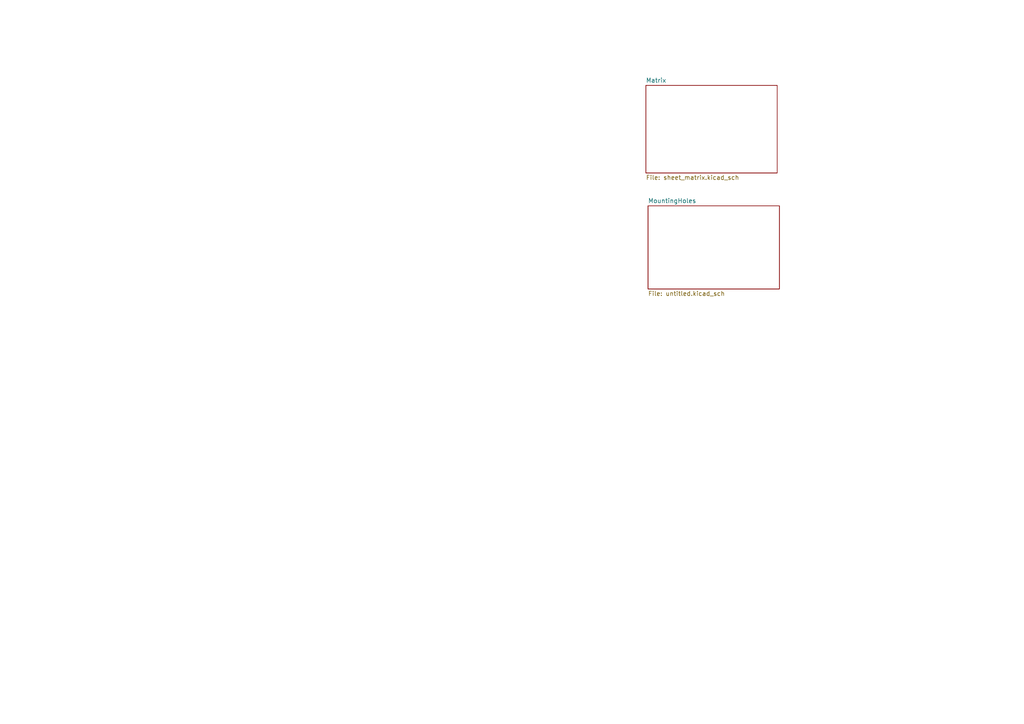
<source format=kicad_sch>
(kicad_sch
	(version 20231120)
	(generator "eeschema")
	(generator_version "8.0")
	(uuid "86a516b3-939b-48ee-9a25-d0111c577d06")
	(paper "A4")
	(title_block
		(title "Ozprey")
		(date "2024-08-25")
		(rev "1.0")
		(company "itsdmd")
	)
	(lib_symbols)
	(sheet
		(at 187.325 24.765)
		(size 38.1 25.4)
		(fields_autoplaced yes)
		(stroke
			(width 0)
			(type solid)
		)
		(fill
			(color 0 0 0 0.0000)
		)
		(uuid "06d5bcef-cdd2-4b15-b931-2677680653c2")
		(property "Sheetname" "Matrix"
			(at 187.325 24.0534 0)
			(effects
				(font
					(size 1.27 1.27)
				)
				(justify left bottom)
			)
		)
		(property "Sheetfile" "sheet_matrix.kicad_sch"
			(at 187.325 50.7496 0)
			(effects
				(font
					(size 1.27 1.27)
				)
				(justify left top)
			)
		)
		(instances
			(project "ozprey"
				(path "/86a516b3-939b-48ee-9a25-d0111c577d06"
					(page "2")
				)
			)
		)
	)
	(sheet
		(at 187.96 59.69)
		(size 38.1 24.13)
		(fields_autoplaced yes)
		(stroke
			(width 0.1524)
			(type solid)
		)
		(fill
			(color 0 0 0 0.0000)
		)
		(uuid "52444830-ed29-4b2d-90bf-e085e96e0709")
		(property "Sheetname" "MountingHoles"
			(at 187.96 58.9784 0)
			(effects
				(font
					(size 1.27 1.27)
				)
				(justify left bottom)
			)
		)
		(property "Sheetfile" "untitled.kicad_sch"
			(at 187.96 84.4046 0)
			(effects
				(font
					(size 1.27 1.27)
				)
				(justify left top)
			)
		)
		(instances
			(project "ozprey"
				(path "/86a516b3-939b-48ee-9a25-d0111c577d06"
					(page "3")
				)
			)
		)
	)
	(sheet_instances
		(path "/"
			(page "1")
		)
	)
)

</source>
